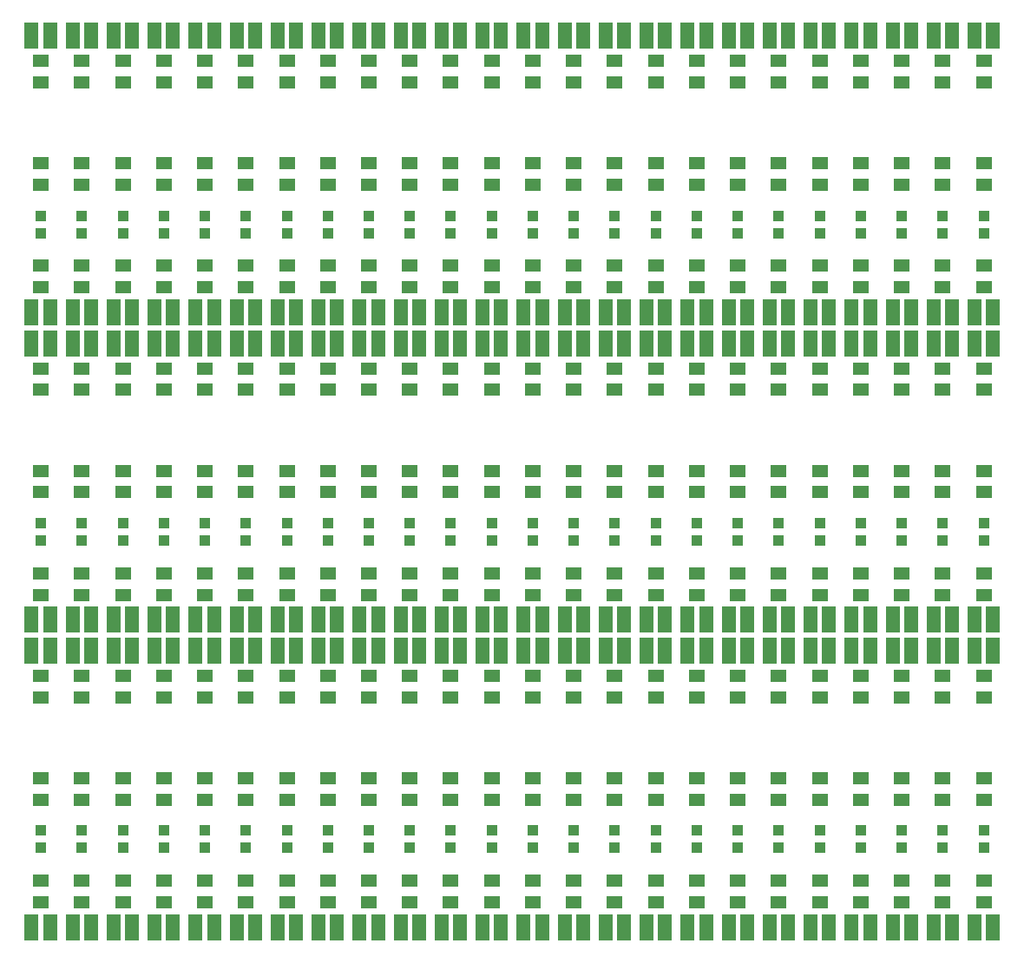
<source format=gts>
%FSLAX34Y34*%
G04 Gerber Fmt 3.4, Leading zero omitted, Abs format*
G04 (created by PCBNEW (2014-05-23 BZR 4886)-product) date Sun 25 May 2014 04:06:41 PM CEST*
%MOIN*%
G01*
G70*
G90*
G04 APERTURE LIST*
%ADD10C,0.005906*%
%ADD11R,0.055118X0.098425*%
%ADD12R,0.043300X0.039300*%
%ADD13R,0.059055X0.047244*%
G04 APERTURE END LIST*
G54D10*
G54D11*
X103543Y-56496D03*
X102834Y-56496D03*
X103543Y-32874D03*
X102834Y-32874D03*
X103543Y-44685D03*
X102834Y-44685D03*
X103543Y-22244D03*
X102834Y-22244D03*
G54D12*
X103188Y-40965D03*
X103188Y-41633D03*
X103188Y-52776D03*
X103188Y-53444D03*
X103188Y-29154D03*
X103188Y-29822D03*
G54D13*
X103188Y-23209D03*
X103188Y-24035D03*
X103188Y-35020D03*
X103188Y-35846D03*
X103188Y-38957D03*
X103188Y-39783D03*
X103188Y-42894D03*
X103188Y-43720D03*
X103188Y-46831D03*
X103188Y-47657D03*
X103188Y-50768D03*
X103188Y-51594D03*
X103188Y-54705D03*
X103188Y-55531D03*
X103188Y-27146D03*
X103188Y-27972D03*
X103188Y-31083D03*
X103188Y-31909D03*
G54D11*
X103543Y-34055D03*
X102834Y-34055D03*
X103543Y-45866D03*
X102834Y-45866D03*
X105118Y-45866D03*
X104409Y-45866D03*
X105118Y-34055D03*
X104409Y-34055D03*
G54D13*
X104763Y-31083D03*
X104763Y-31909D03*
X104763Y-27146D03*
X104763Y-27972D03*
X104763Y-54705D03*
X104763Y-55531D03*
X104763Y-50768D03*
X104763Y-51594D03*
X104763Y-46831D03*
X104763Y-47657D03*
X104763Y-42894D03*
X104763Y-43720D03*
X104763Y-38957D03*
X104763Y-39783D03*
X104763Y-35020D03*
X104763Y-35846D03*
X104763Y-23209D03*
X104763Y-24035D03*
G54D12*
X104763Y-29154D03*
X104763Y-29822D03*
X104763Y-52776D03*
X104763Y-53444D03*
X104763Y-40965D03*
X104763Y-41633D03*
G54D11*
X105118Y-22244D03*
X104409Y-22244D03*
X105118Y-44685D03*
X104409Y-44685D03*
X105118Y-32874D03*
X104409Y-32874D03*
X105118Y-56496D03*
X104409Y-56496D03*
X101968Y-56496D03*
X101259Y-56496D03*
X101968Y-32874D03*
X101259Y-32874D03*
X101968Y-44685D03*
X101259Y-44685D03*
X101968Y-22244D03*
X101259Y-22244D03*
G54D12*
X101614Y-40965D03*
X101614Y-41633D03*
X101614Y-52776D03*
X101614Y-53444D03*
X101614Y-29154D03*
X101614Y-29822D03*
G54D13*
X101614Y-23209D03*
X101614Y-24035D03*
X101614Y-35020D03*
X101614Y-35846D03*
X101614Y-38957D03*
X101614Y-39783D03*
X101614Y-42894D03*
X101614Y-43720D03*
X101614Y-46831D03*
X101614Y-47657D03*
X101614Y-50768D03*
X101614Y-51594D03*
X101614Y-54705D03*
X101614Y-55531D03*
X101614Y-27146D03*
X101614Y-27972D03*
X101614Y-31083D03*
X101614Y-31909D03*
G54D11*
X101968Y-34055D03*
X101259Y-34055D03*
X101968Y-45866D03*
X101259Y-45866D03*
X100393Y-45866D03*
X99685Y-45866D03*
X100393Y-34055D03*
X99685Y-34055D03*
G54D13*
X100039Y-31083D03*
X100039Y-31909D03*
X100039Y-27146D03*
X100039Y-27972D03*
X100039Y-54705D03*
X100039Y-55531D03*
X100039Y-50768D03*
X100039Y-51594D03*
X100039Y-46831D03*
X100039Y-47657D03*
X100039Y-42894D03*
X100039Y-43720D03*
X100039Y-38957D03*
X100039Y-39783D03*
X100039Y-35020D03*
X100039Y-35846D03*
X100039Y-23209D03*
X100039Y-24035D03*
G54D12*
X100039Y-29154D03*
X100039Y-29822D03*
X100039Y-52776D03*
X100039Y-53444D03*
X100039Y-40965D03*
X100039Y-41633D03*
G54D11*
X100393Y-22244D03*
X99685Y-22244D03*
X100393Y-44685D03*
X99685Y-44685D03*
X100393Y-32874D03*
X99685Y-32874D03*
X100393Y-56496D03*
X99685Y-56496D03*
X94094Y-56496D03*
X93385Y-56496D03*
X94094Y-32874D03*
X93385Y-32874D03*
X94094Y-44685D03*
X93385Y-44685D03*
X94094Y-22244D03*
X93385Y-22244D03*
G54D12*
X93740Y-40965D03*
X93740Y-41633D03*
X93740Y-52776D03*
X93740Y-53444D03*
X93740Y-29154D03*
X93740Y-29822D03*
G54D13*
X93740Y-23209D03*
X93740Y-24035D03*
X93740Y-35020D03*
X93740Y-35846D03*
X93740Y-38957D03*
X93740Y-39783D03*
X93740Y-42894D03*
X93740Y-43720D03*
X93740Y-46831D03*
X93740Y-47657D03*
X93740Y-50768D03*
X93740Y-51594D03*
X93740Y-54705D03*
X93740Y-55531D03*
X93740Y-27146D03*
X93740Y-27972D03*
X93740Y-31083D03*
X93740Y-31909D03*
G54D11*
X94094Y-34055D03*
X93385Y-34055D03*
X94094Y-45866D03*
X93385Y-45866D03*
X95669Y-45866D03*
X94960Y-45866D03*
X95669Y-34055D03*
X94960Y-34055D03*
G54D13*
X95314Y-31083D03*
X95314Y-31909D03*
X95314Y-27146D03*
X95314Y-27972D03*
X95314Y-54705D03*
X95314Y-55531D03*
X95314Y-50768D03*
X95314Y-51594D03*
X95314Y-46831D03*
X95314Y-47657D03*
X95314Y-42894D03*
X95314Y-43720D03*
X95314Y-38957D03*
X95314Y-39783D03*
X95314Y-35020D03*
X95314Y-35846D03*
X95314Y-23209D03*
X95314Y-24035D03*
G54D12*
X95314Y-29154D03*
X95314Y-29822D03*
X95314Y-52776D03*
X95314Y-53444D03*
X95314Y-40965D03*
X95314Y-41633D03*
G54D11*
X95669Y-22244D03*
X94960Y-22244D03*
X95669Y-44685D03*
X94960Y-44685D03*
X95669Y-32874D03*
X94960Y-32874D03*
X95669Y-56496D03*
X94960Y-56496D03*
X98818Y-56496D03*
X98110Y-56496D03*
X98818Y-32874D03*
X98110Y-32874D03*
X98818Y-44685D03*
X98110Y-44685D03*
X98818Y-22244D03*
X98110Y-22244D03*
G54D12*
X98464Y-40965D03*
X98464Y-41633D03*
X98464Y-52776D03*
X98464Y-53444D03*
X98464Y-29154D03*
X98464Y-29822D03*
G54D13*
X98464Y-23209D03*
X98464Y-24035D03*
X98464Y-35020D03*
X98464Y-35846D03*
X98464Y-38957D03*
X98464Y-39783D03*
X98464Y-42894D03*
X98464Y-43720D03*
X98464Y-46831D03*
X98464Y-47657D03*
X98464Y-50768D03*
X98464Y-51594D03*
X98464Y-54705D03*
X98464Y-55531D03*
X98464Y-27146D03*
X98464Y-27972D03*
X98464Y-31083D03*
X98464Y-31909D03*
G54D11*
X98818Y-34055D03*
X98110Y-34055D03*
X98818Y-45866D03*
X98110Y-45866D03*
X97244Y-45866D03*
X96535Y-45866D03*
X97244Y-34055D03*
X96535Y-34055D03*
G54D13*
X96889Y-31083D03*
X96889Y-31909D03*
X96889Y-27146D03*
X96889Y-27972D03*
X96889Y-54705D03*
X96889Y-55531D03*
X96889Y-50768D03*
X96889Y-51594D03*
X96889Y-46831D03*
X96889Y-47657D03*
X96889Y-42894D03*
X96889Y-43720D03*
X96889Y-38957D03*
X96889Y-39783D03*
X96889Y-35020D03*
X96889Y-35846D03*
X96889Y-23209D03*
X96889Y-24035D03*
G54D12*
X96889Y-29154D03*
X96889Y-29822D03*
X96889Y-52776D03*
X96889Y-53444D03*
X96889Y-40965D03*
X96889Y-41633D03*
G54D11*
X97244Y-22244D03*
X96535Y-22244D03*
X97244Y-44685D03*
X96535Y-44685D03*
X97244Y-32874D03*
X96535Y-32874D03*
X97244Y-56496D03*
X96535Y-56496D03*
X84645Y-56496D03*
X83937Y-56496D03*
X84645Y-32874D03*
X83937Y-32874D03*
X84645Y-44685D03*
X83937Y-44685D03*
X84645Y-22244D03*
X83937Y-22244D03*
G54D12*
X84291Y-40965D03*
X84291Y-41633D03*
X84291Y-52776D03*
X84291Y-53444D03*
X84291Y-29154D03*
X84291Y-29822D03*
G54D13*
X84291Y-23209D03*
X84291Y-24035D03*
X84291Y-35020D03*
X84291Y-35846D03*
X84291Y-38957D03*
X84291Y-39783D03*
X84291Y-42894D03*
X84291Y-43720D03*
X84291Y-46831D03*
X84291Y-47657D03*
X84291Y-50768D03*
X84291Y-51594D03*
X84291Y-54705D03*
X84291Y-55531D03*
X84291Y-27146D03*
X84291Y-27972D03*
X84291Y-31083D03*
X84291Y-31909D03*
G54D11*
X84645Y-34055D03*
X83937Y-34055D03*
X84645Y-45866D03*
X83937Y-45866D03*
X86220Y-45866D03*
X85511Y-45866D03*
X86220Y-34055D03*
X85511Y-34055D03*
G54D13*
X85866Y-31083D03*
X85866Y-31909D03*
X85866Y-27146D03*
X85866Y-27972D03*
X85866Y-54705D03*
X85866Y-55531D03*
X85866Y-50768D03*
X85866Y-51594D03*
X85866Y-46831D03*
X85866Y-47657D03*
X85866Y-42894D03*
X85866Y-43720D03*
X85866Y-38957D03*
X85866Y-39783D03*
X85866Y-35020D03*
X85866Y-35846D03*
X85866Y-23209D03*
X85866Y-24035D03*
G54D12*
X85866Y-29154D03*
X85866Y-29822D03*
X85866Y-52776D03*
X85866Y-53444D03*
X85866Y-40965D03*
X85866Y-41633D03*
G54D11*
X86220Y-22244D03*
X85511Y-22244D03*
X86220Y-44685D03*
X85511Y-44685D03*
X86220Y-32874D03*
X85511Y-32874D03*
X86220Y-56496D03*
X85511Y-56496D03*
X83070Y-56496D03*
X82362Y-56496D03*
X83070Y-32874D03*
X82362Y-32874D03*
X83070Y-44685D03*
X82362Y-44685D03*
X83070Y-22244D03*
X82362Y-22244D03*
G54D12*
X82716Y-40965D03*
X82716Y-41633D03*
X82716Y-52776D03*
X82716Y-53444D03*
X82716Y-29154D03*
X82716Y-29822D03*
G54D13*
X82716Y-23209D03*
X82716Y-24035D03*
X82716Y-35020D03*
X82716Y-35846D03*
X82716Y-38957D03*
X82716Y-39783D03*
X82716Y-42894D03*
X82716Y-43720D03*
X82716Y-46831D03*
X82716Y-47657D03*
X82716Y-50768D03*
X82716Y-51594D03*
X82716Y-54705D03*
X82716Y-55531D03*
X82716Y-27146D03*
X82716Y-27972D03*
X82716Y-31083D03*
X82716Y-31909D03*
G54D11*
X83070Y-34055D03*
X82362Y-34055D03*
X83070Y-45866D03*
X82362Y-45866D03*
X81496Y-45866D03*
X80787Y-45866D03*
X81496Y-34055D03*
X80787Y-34055D03*
G54D13*
X81141Y-31083D03*
X81141Y-31909D03*
X81141Y-27146D03*
X81141Y-27972D03*
X81141Y-54705D03*
X81141Y-55531D03*
X81141Y-50768D03*
X81141Y-51594D03*
X81141Y-46831D03*
X81141Y-47657D03*
X81141Y-42894D03*
X81141Y-43720D03*
X81141Y-38957D03*
X81141Y-39783D03*
X81141Y-35020D03*
X81141Y-35846D03*
X81141Y-23209D03*
X81141Y-24035D03*
G54D12*
X81141Y-29154D03*
X81141Y-29822D03*
X81141Y-52776D03*
X81141Y-53444D03*
X81141Y-40965D03*
X81141Y-41633D03*
G54D11*
X81496Y-22244D03*
X80787Y-22244D03*
X81496Y-44685D03*
X80787Y-44685D03*
X81496Y-32874D03*
X80787Y-32874D03*
X81496Y-56496D03*
X80787Y-56496D03*
X87795Y-56496D03*
X87086Y-56496D03*
X87795Y-32874D03*
X87086Y-32874D03*
X87795Y-44685D03*
X87086Y-44685D03*
X87795Y-22244D03*
X87086Y-22244D03*
G54D12*
X87440Y-40965D03*
X87440Y-41633D03*
X87440Y-52776D03*
X87440Y-53444D03*
X87440Y-29154D03*
X87440Y-29822D03*
G54D13*
X87440Y-23209D03*
X87440Y-24035D03*
X87440Y-35020D03*
X87440Y-35846D03*
X87440Y-38957D03*
X87440Y-39783D03*
X87440Y-42894D03*
X87440Y-43720D03*
X87440Y-46831D03*
X87440Y-47657D03*
X87440Y-50768D03*
X87440Y-51594D03*
X87440Y-54705D03*
X87440Y-55531D03*
X87440Y-27146D03*
X87440Y-27972D03*
X87440Y-31083D03*
X87440Y-31909D03*
G54D11*
X87795Y-34055D03*
X87086Y-34055D03*
X87795Y-45866D03*
X87086Y-45866D03*
X89370Y-45866D03*
X88661Y-45866D03*
X89370Y-34055D03*
X88661Y-34055D03*
G54D13*
X89015Y-31083D03*
X89015Y-31909D03*
X89015Y-27146D03*
X89015Y-27972D03*
X89015Y-54705D03*
X89015Y-55531D03*
X89015Y-50768D03*
X89015Y-51594D03*
X89015Y-46831D03*
X89015Y-47657D03*
X89015Y-42894D03*
X89015Y-43720D03*
X89015Y-38957D03*
X89015Y-39783D03*
X89015Y-35020D03*
X89015Y-35846D03*
X89015Y-23209D03*
X89015Y-24035D03*
G54D12*
X89015Y-29154D03*
X89015Y-29822D03*
X89015Y-52776D03*
X89015Y-53444D03*
X89015Y-40965D03*
X89015Y-41633D03*
G54D11*
X89370Y-22244D03*
X88661Y-22244D03*
X89370Y-44685D03*
X88661Y-44685D03*
X89370Y-32874D03*
X88661Y-32874D03*
X89370Y-56496D03*
X88661Y-56496D03*
X92519Y-56496D03*
X91811Y-56496D03*
X92519Y-32874D03*
X91811Y-32874D03*
X92519Y-44685D03*
X91811Y-44685D03*
X92519Y-22244D03*
X91811Y-22244D03*
G54D12*
X92165Y-40965D03*
X92165Y-41633D03*
X92165Y-52776D03*
X92165Y-53444D03*
X92165Y-29154D03*
X92165Y-29822D03*
G54D13*
X92165Y-23209D03*
X92165Y-24035D03*
X92165Y-35020D03*
X92165Y-35846D03*
X92165Y-38957D03*
X92165Y-39783D03*
X92165Y-42894D03*
X92165Y-43720D03*
X92165Y-46831D03*
X92165Y-47657D03*
X92165Y-50768D03*
X92165Y-51594D03*
X92165Y-54705D03*
X92165Y-55531D03*
X92165Y-27146D03*
X92165Y-27972D03*
X92165Y-31083D03*
X92165Y-31909D03*
G54D11*
X92519Y-34055D03*
X91811Y-34055D03*
X92519Y-45866D03*
X91811Y-45866D03*
X90944Y-45866D03*
X90236Y-45866D03*
X90944Y-34055D03*
X90236Y-34055D03*
G54D13*
X90590Y-31083D03*
X90590Y-31909D03*
X90590Y-27146D03*
X90590Y-27972D03*
X90590Y-54705D03*
X90590Y-55531D03*
X90590Y-50768D03*
X90590Y-51594D03*
X90590Y-46831D03*
X90590Y-47657D03*
X90590Y-42894D03*
X90590Y-43720D03*
X90590Y-38957D03*
X90590Y-39783D03*
X90590Y-35020D03*
X90590Y-35846D03*
X90590Y-23209D03*
X90590Y-24035D03*
G54D12*
X90590Y-29154D03*
X90590Y-29822D03*
X90590Y-52776D03*
X90590Y-53444D03*
X90590Y-40965D03*
X90590Y-41633D03*
G54D11*
X90944Y-22244D03*
X90236Y-22244D03*
X90944Y-44685D03*
X90236Y-44685D03*
X90944Y-32874D03*
X90236Y-32874D03*
X90944Y-56496D03*
X90236Y-56496D03*
X78346Y-56496D03*
X77637Y-56496D03*
X78346Y-32874D03*
X77637Y-32874D03*
X78346Y-44685D03*
X77637Y-44685D03*
X78346Y-22244D03*
X77637Y-22244D03*
G54D12*
X77992Y-40965D03*
X77992Y-41633D03*
X77992Y-52776D03*
X77992Y-53444D03*
X77992Y-29154D03*
X77992Y-29822D03*
G54D13*
X77992Y-23209D03*
X77992Y-24035D03*
X77992Y-35020D03*
X77992Y-35846D03*
X77992Y-38957D03*
X77992Y-39783D03*
X77992Y-42894D03*
X77992Y-43720D03*
X77992Y-46831D03*
X77992Y-47657D03*
X77992Y-50768D03*
X77992Y-51594D03*
X77992Y-54705D03*
X77992Y-55531D03*
X77992Y-27146D03*
X77992Y-27972D03*
X77992Y-31083D03*
X77992Y-31909D03*
G54D11*
X78346Y-34055D03*
X77637Y-34055D03*
X78346Y-45866D03*
X77637Y-45866D03*
X79921Y-45866D03*
X79212Y-45866D03*
X79921Y-34055D03*
X79212Y-34055D03*
G54D13*
X79566Y-31083D03*
X79566Y-31909D03*
X79566Y-27146D03*
X79566Y-27972D03*
X79566Y-54705D03*
X79566Y-55531D03*
X79566Y-50768D03*
X79566Y-51594D03*
X79566Y-46831D03*
X79566Y-47657D03*
X79566Y-42894D03*
X79566Y-43720D03*
X79566Y-38957D03*
X79566Y-39783D03*
X79566Y-35020D03*
X79566Y-35846D03*
X79566Y-23209D03*
X79566Y-24035D03*
G54D12*
X79566Y-29154D03*
X79566Y-29822D03*
X79566Y-52776D03*
X79566Y-53444D03*
X79566Y-40965D03*
X79566Y-41633D03*
G54D11*
X79921Y-22244D03*
X79212Y-22244D03*
X79921Y-44685D03*
X79212Y-44685D03*
X79921Y-32874D03*
X79212Y-32874D03*
X79921Y-56496D03*
X79212Y-56496D03*
X76771Y-56496D03*
X76062Y-56496D03*
X76771Y-32874D03*
X76062Y-32874D03*
X76771Y-44685D03*
X76062Y-44685D03*
X76771Y-22244D03*
X76062Y-22244D03*
G54D12*
X76417Y-40965D03*
X76417Y-41633D03*
X76417Y-52776D03*
X76417Y-53444D03*
X76417Y-29154D03*
X76417Y-29822D03*
G54D13*
X76417Y-23209D03*
X76417Y-24035D03*
X76417Y-35020D03*
X76417Y-35846D03*
X76417Y-38957D03*
X76417Y-39783D03*
X76417Y-42894D03*
X76417Y-43720D03*
X76417Y-46831D03*
X76417Y-47657D03*
X76417Y-50768D03*
X76417Y-51594D03*
X76417Y-54705D03*
X76417Y-55531D03*
X76417Y-27146D03*
X76417Y-27972D03*
X76417Y-31083D03*
X76417Y-31909D03*
G54D11*
X76771Y-34055D03*
X76062Y-34055D03*
X76771Y-45866D03*
X76062Y-45866D03*
X75196Y-45866D03*
X74488Y-45866D03*
X75196Y-34055D03*
X74488Y-34055D03*
G54D13*
X74842Y-31083D03*
X74842Y-31909D03*
X74842Y-27146D03*
X74842Y-27972D03*
X74842Y-54705D03*
X74842Y-55531D03*
X74842Y-50768D03*
X74842Y-51594D03*
X74842Y-46831D03*
X74842Y-47657D03*
X74842Y-42894D03*
X74842Y-43720D03*
X74842Y-38957D03*
X74842Y-39783D03*
X74842Y-35020D03*
X74842Y-35846D03*
X74842Y-23209D03*
X74842Y-24035D03*
G54D12*
X74842Y-29154D03*
X74842Y-29822D03*
X74842Y-52776D03*
X74842Y-53444D03*
X74842Y-40965D03*
X74842Y-41633D03*
G54D11*
X75196Y-22244D03*
X74488Y-22244D03*
X75196Y-44685D03*
X74488Y-44685D03*
X75196Y-32874D03*
X74488Y-32874D03*
X75196Y-56496D03*
X74488Y-56496D03*
X68897Y-56496D03*
X68188Y-56496D03*
X68897Y-32874D03*
X68188Y-32874D03*
X68897Y-44685D03*
X68188Y-44685D03*
X68897Y-22244D03*
X68188Y-22244D03*
G54D12*
X68543Y-40965D03*
X68543Y-41633D03*
X68543Y-52776D03*
X68543Y-53444D03*
X68543Y-29154D03*
X68543Y-29822D03*
G54D13*
X68543Y-23209D03*
X68543Y-24035D03*
X68543Y-35020D03*
X68543Y-35846D03*
X68543Y-38957D03*
X68543Y-39783D03*
X68543Y-42894D03*
X68543Y-43720D03*
X68543Y-46831D03*
X68543Y-47657D03*
X68543Y-50768D03*
X68543Y-51594D03*
X68543Y-54705D03*
X68543Y-55531D03*
X68543Y-27146D03*
X68543Y-27972D03*
X68543Y-31083D03*
X68543Y-31909D03*
G54D11*
X68897Y-34055D03*
X68188Y-34055D03*
X68897Y-45866D03*
X68188Y-45866D03*
X70472Y-45866D03*
X69763Y-45866D03*
X70472Y-34055D03*
X69763Y-34055D03*
G54D13*
X70118Y-31083D03*
X70118Y-31909D03*
X70118Y-27146D03*
X70118Y-27972D03*
X70118Y-54705D03*
X70118Y-55531D03*
X70118Y-50768D03*
X70118Y-51594D03*
X70118Y-46831D03*
X70118Y-47657D03*
X70118Y-42894D03*
X70118Y-43720D03*
X70118Y-38957D03*
X70118Y-39783D03*
X70118Y-35020D03*
X70118Y-35846D03*
X70118Y-23209D03*
X70118Y-24035D03*
G54D12*
X70118Y-29154D03*
X70118Y-29822D03*
X70118Y-52776D03*
X70118Y-53444D03*
X70118Y-40965D03*
X70118Y-41633D03*
G54D11*
X70472Y-22244D03*
X69763Y-22244D03*
X70472Y-44685D03*
X69763Y-44685D03*
X70472Y-32874D03*
X69763Y-32874D03*
X70472Y-56496D03*
X69763Y-56496D03*
X73622Y-56496D03*
X72913Y-56496D03*
X73622Y-32874D03*
X72913Y-32874D03*
X73622Y-44685D03*
X72913Y-44685D03*
X73622Y-22244D03*
X72913Y-22244D03*
G54D12*
X73267Y-40965D03*
X73267Y-41633D03*
X73267Y-52776D03*
X73267Y-53444D03*
X73267Y-29154D03*
X73267Y-29822D03*
G54D13*
X73267Y-23209D03*
X73267Y-24035D03*
X73267Y-35020D03*
X73267Y-35846D03*
X73267Y-38957D03*
X73267Y-39783D03*
X73267Y-42894D03*
X73267Y-43720D03*
X73267Y-46831D03*
X73267Y-47657D03*
X73267Y-50768D03*
X73267Y-51594D03*
X73267Y-54705D03*
X73267Y-55531D03*
X73267Y-27146D03*
X73267Y-27972D03*
X73267Y-31083D03*
X73267Y-31909D03*
G54D11*
X73622Y-34055D03*
X72913Y-34055D03*
X73622Y-45866D03*
X72913Y-45866D03*
X72047Y-45866D03*
X71338Y-45866D03*
X72047Y-34055D03*
X71338Y-34055D03*
G54D13*
X71692Y-31083D03*
X71692Y-31909D03*
X71692Y-27146D03*
X71692Y-27972D03*
X71692Y-54705D03*
X71692Y-55531D03*
X71692Y-50768D03*
X71692Y-51594D03*
X71692Y-46831D03*
X71692Y-47657D03*
X71692Y-42894D03*
X71692Y-43720D03*
X71692Y-38957D03*
X71692Y-39783D03*
X71692Y-35020D03*
X71692Y-35846D03*
X71692Y-23209D03*
X71692Y-24035D03*
G54D12*
X71692Y-29154D03*
X71692Y-29822D03*
X71692Y-52776D03*
X71692Y-53444D03*
X71692Y-40965D03*
X71692Y-41633D03*
G54D11*
X72047Y-22244D03*
X71338Y-22244D03*
X72047Y-44685D03*
X71338Y-44685D03*
X72047Y-32874D03*
X71338Y-32874D03*
X72047Y-56496D03*
X71338Y-56496D03*
M02*

</source>
